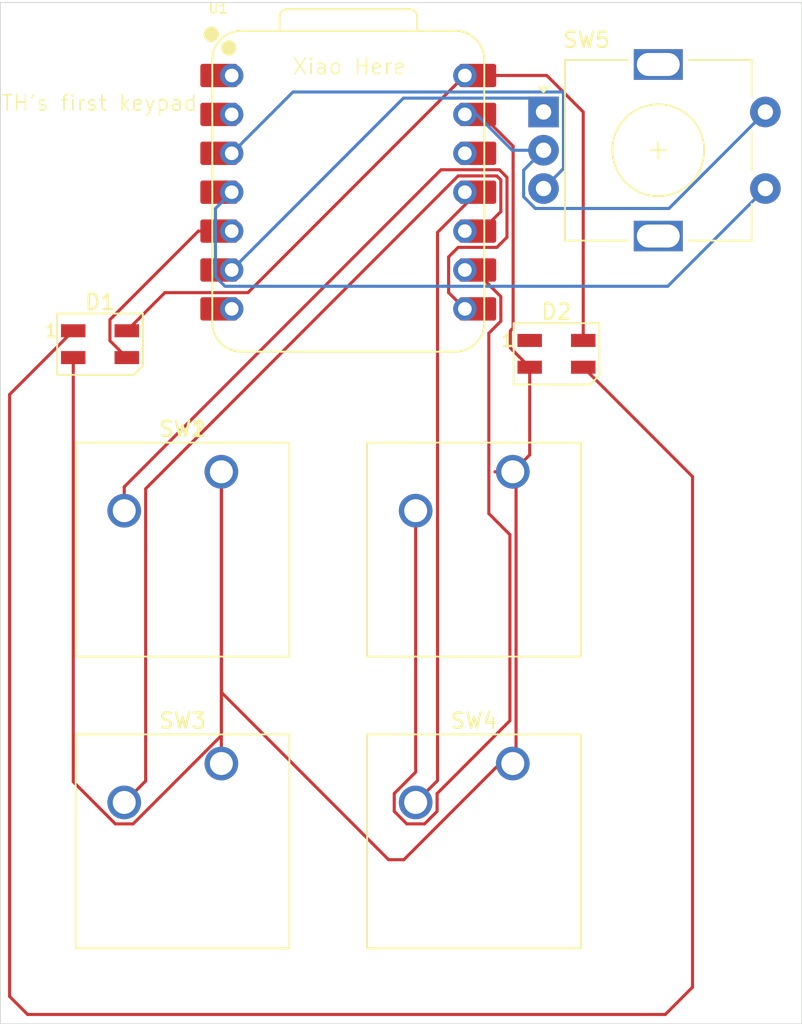
<source format=kicad_pcb>
(kicad_pcb (version 20241229) (generator "pcbnew") (generator_version "9.0")
  (layers (0 "F.Cu" signal) (2 "B.Cu" signal) (13 "F.Paste" user) (15 "B.Paste" user) (5 "F.SilkS" user "F.Silkscreen") (7 "B.SilkS" user "B.Silkscreen") (1 "F.Mask" user) (3 "B.Mask" user) (25 "Edge.Cuts" user))
  (net 0 "")
  (net 1 "+5V")
  (net 2 "Net-(D1-DIN)")
  (net 3 "Net-(D1-DOUT)")
  (net 4 "GND")
  (net 6 "Net-(U1-GPIO1{slash}RX)")
  (net 7 "Net-(U1-GPIO2{slash}SCK)")
  (net 8 "Net-(U1-GPIO4{slash}MISO)")
  (net 9 "Net-(U1-GPIO3{slash}MOSI)")
  (net 13 "Net-(U1-GPIO28{slash}ADC2{slash}A2)")
  (net 15 "Net-(U1-GPIO29{slash}ADC3{slash}A3)")
  (net 16 "Net-(U1-GPIO7{slash}SCL)")
  (footprint "Button_Switch_Keyboard:SW_Cherry_MX_1.00u_PCB" (layer "F.Cu") (at 154.94 99.695)
    (property "Reference" "SW4" (at -2.54 -2.794 0) (layer "F.SilkS"))
    (property "Value" "SW_Push")
    (fp_line (start -9.525 -1.905) (end 4.445 -1.905) (stroke (width 0.12)) (layer "F.SilkS"))
    (fp_line (start -9.525 12.065) (end -9.525 -1.905) (stroke (width 0.12)) (layer "F.SilkS"))
    (fp_line (start 4.445 -1.905) (end 4.445 12.065) (stroke (width 0.12)) (layer "F.SilkS"))
    (fp_line (start 4.445 12.065) (end -9.525 12.065) (stroke (width 0.12)) (layer "F.SilkS"))
    (pad "" np_thru_hole circle (at -7.62 5.08) (size 1.7 1.7) (drill 1.7) (layers "*.Cu" "*.Mask"))
    (pad "" np_thru_hole circle (at -2.54 5.08) (size 4 4) (drill 4) (layers "*.Cu" "*.Mask"))
    (pad "" np_thru_hole circle (at 2.54 5.08) (size 1.7 1.7) (drill 1.7) (layers "*.Cu" "*.Mask"))
    (pad "1" thru_hole circle (at 0 0) (size 2.2 2.2) (drill 1.5) (layers "*.Cu" "*.Mask") (net 4 "GND"))
    (pad "2" thru_hole circle (at -6.35 2.54) (size 2.2 2.2) (drill 1.5) (layers "*.Cu" "*.Mask") (net 9 "Net-(U1-GPIO3{slash}MOSI)"))
  )
  (footprint "Rotary_Encoder:RotaryEncoder_Alps_EC11E-Switch_Vertical_H20mm" (layer "F.Cu") (at 156.95 57.15)
    (property "Reference" "SW5" (at 2.8 -4.7 0) (layer "F.SilkS"))
    (property "Value" "RotaryEncoder_Switch")
    (fp_line (start -0.3 -1.6) (end 0.3 -1.6) (stroke (width 0.12)) (layer "F.SilkS"))
    (fp_line (start 0 -1.3) (end -0.3 -1.6) (stroke (width 0.12)) (layer "F.SilkS"))
    (fp_line (start 0.3 -1.6) (end 0 -1.3) (stroke (width 0.12)) (layer "F.SilkS"))
    (fp_line (start 1.4 -3.4) (end 1.4 8.4) (stroke (width 0.12)) (layer "F.SilkS"))
    (fp_line (start 5.5 -3.4) (end 1.4 -3.4) (stroke (width 0.12)) (layer "F.SilkS"))
    (fp_line (start 5.5 8.4) (end 1.4 8.4) (stroke (width 0.12)) (layer "F.SilkS"))
    (fp_line (start 7 2.5) (end 8 2.5) (stroke (width 0.12)) (layer "F.SilkS"))
    (fp_line (start 7.5 2) (end 7.5 3) (stroke (width 0.12)) (layer "F.SilkS"))
    (fp_line (start 9.5 -3.4) (end 13.6 -3.4) (stroke (width 0.12)) (layer "F.SilkS"))
    (fp_line (start 13.6 -3.4) (end 13.6 -1) (stroke (width 0.12)) (layer "F.SilkS"))
    (fp_line (start 13.6 1.2) (end 13.6 3.8) (stroke (width 0.12)) (layer "F.SilkS"))
    (fp_line (start 13.6 6) (end 13.6 8.4) (stroke (width 0.12)) (layer "F.SilkS"))
    (fp_line (start 13.6 8.4) (end 9.5 8.4) (stroke (width 0.12)) (layer "F.SilkS"))
    (fp_circle (center 7.5 2.5) (end 10.5 2.5) (stroke (width 0.12)) (fill no) (layer "F.SilkS"))
    (pad "A" thru_hole rect (at 0 0) (size 2 2) (drill 1) (layers "*.Cu" "*.Mask") (net 16 "Net-(U1-GPIO7{slash}SCL)"))
    (pad "B" thru_hole circle (at 0 5) (size 2 2) (drill 1) (layers "*.Cu" "*.Mask") (net 13 "Net-(U1-GPIO28{slash}ADC2{slash}A2)"))
    (pad "C" thru_hole circle (at 0 2.5) (size 2 2) (drill 1) (layers "*.Cu" "*.Mask") (net 4 "GND"))
    (pad "MP" thru_hole rect (at 7.5 -3.1) (size 3.2 2) (drill oval 2.8 1.5) (layers "*.Cu" "*.Mask"))
    (pad "MP" thru_hole rect (at 7.5 8.1) (size 3.2 2) (drill oval 2.8 1.5) (layers "*.Cu" "*.Mask"))
    (pad "S1" thru_hole circle (at 14.5 5) (size 2 2) (drill 1) (layers "*.Cu" "*.Mask") (net 15 "Net-(U1-GPIO29{slash}ADC3{slash}A3)"))
    (pad "S2" thru_hole circle (at 14.5 0) (size 2 2) (drill 1) (layers "*.Cu" "*.Mask") (net 4 "GND"))
  )
  (footprint "Seeed Studio XIAO Series Library:XIAO-RP2040-DIP" (layer "F.Cu") (at 144.18625 62.38875)
    (property "Reference" "U1" (at -8.5 -12 0) (layer "F.SilkS") (effects (font (size 0.635 0.635) (thickness 0.1016))))
    (property "Value" "XIAO-RP2040-DIP")
    (fp_line (start -8.89 8.509) (end -8.89 -8.636) (stroke (width 0.127)) (layer "F.SilkS"))
    (fp_line (start -6.985 10.414) (end 6.985 10.414) (stroke (width 0.127)) (layer "F.SilkS"))
    (fp_line (start -4.495 -10.541) (end -4.491272 -11.451272) (stroke (width 0.127)) (layer "F.SilkS"))
    (fp_line (start -3.991272 -11.951) (end 4.004 -11.951) (stroke (width 0.127)) (layer "F.SilkS"))
    (fp_line (start 4.504 -11.451) (end 4.504 -10.541) (stroke (width 0.127)) (layer "F.SilkS"))
    (fp_line (start 6.985 -10.541) (end -6.985 -10.541) (stroke (width 0.1)) (layer "F.SilkS"))
    (fp_line (start 6.985 -10.541) (end -6.985 -10.541) (stroke (width 0.127)) (layer "F.SilkS"))
    (fp_line (start 8.89 8.509) (end 8.89 -8.636) (stroke (width 0.127)) (layer "F.SilkS"))
    (fp_arc (start -8.89 -8.636) (mid -8.332038 -9.983038) (end -6.985 -10.541) (stroke (width 0.127)) (layer "F.SilkS"))
    (fp_arc (start -6.985 10.414) (mid -8.332038 9.856038) (end -8.89 8.509) (stroke (width 0.127)) (layer "F.SilkS"))
    (fp_arc (start -4.491272 -11.451272) (mid -4.344728 -11.80464) (end -3.991272 -11.951) (stroke (width 0.127)) (layer "F.SilkS"))
    (fp_arc (start 4.004 -11.951) (mid 4.357553 -11.804553) (end 4.504 -11.451) (stroke (width 0.127)) (layer "F.SilkS"))
    (fp_arc (start 6.985 -10.541) (mid 8.332038 -9.983038) (end 8.89 -8.636) (stroke (width 0.127)) (layer "F.SilkS"))
    (fp_arc (start 8.89 8.509) (mid 8.332038 9.856038) (end 6.985 10.414) (stroke (width 0.127)) (layer "F.SilkS"))
    (fp_circle (center -8.95 -10.3) (end -8.95 -10.554) (stroke (width 0.5)) (fill yes) (layer "F.SilkS"))
    (fp_circle (center -7.807 -9.42) (end -7.807 -9.674) (stroke (width 0.5)) (fill yes) (layer "F.SilkS"))
    (pad "1" smd roundrect (at -8.455 -7.62 180) (size 2.432 1.524) (layers "F.Cu" "F.Mask") (roundrect_rratio 0.1))
    (pad "1" thru_hole circle (at -7.62 -7.62 180) (size 1.524 1.524) (drill 0.889) (layers "*.Cu" "*.Mask"))
    (pad "2" smd roundrect (at -8.455 -5.08 180) (size 2.432 1.524) (layers "F.Cu" "F.Mask") (roundrect_rratio 0.1))
    (pad "2" thru_hole circle (at -7.62 -5.08 180) (size 1.524 1.524) (drill 0.889) (layers "*.Cu" "*.Mask"))
    (pad "3" smd roundrect (at -8.455 -2.54 180) (size 2.432 1.524) (layers "F.Cu" "F.Mask") (roundrect_rratio 0.1) (net 13 "Net-(U1-GPIO28{slash}ADC2{slash}A2)"))
    (pad "3" thru_hole circle (at -7.62 -2.54 180) (size 1.524 1.524) (drill 0.889) (layers "*.Cu" "*.Mask") (net 13 "Net-(U1-GPIO28{slash}ADC2{slash}A2)"))
    (pad "4" smd roundrect (at -8.455 0 180) (size 2.432 1.524) (layers "F.Cu" "F.Mask") (roundrect_rratio 0.1) (net 15 "Net-(U1-GPIO29{slash}ADC3{slash}A3)"))
    (pad "4" thru_hole circle (at -7.62 0 180) (size 1.524 1.524) (drill 0.889) (layers "*.Cu" "*.Mask") (net 15 "Net-(U1-GPIO29{slash}ADC3{slash}A3)"))
    (pad "5" smd roundrect (at -8.455 2.54 180) (size 2.432 1.524) (layers "F.Cu" "F.Mask") (roundrect_rratio 0.1) (net 2 "Net-(D1-DIN)"))
    (pad "5" thru_hole circle (at -7.62 2.54 180) (size 1.524 1.524) (drill 0.889) (layers "*.Cu" "*.Mask") (net 2 "Net-(D1-DIN)"))
    (pad "6" smd roundrect (at -8.455 5.08 180) (size 2.432 1.524) (layers "F.Cu" "F.Mask") (roundrect_rratio 0.1) (net 16 "Net-(U1-GPIO7{slash}SCL)"))
    (pad "6" thru_hole circle (at -7.62 5.08 180) (size 1.524 1.524) (drill 0.889) (layers "*.Cu" "*.Mask") (net 16 "Net-(U1-GPIO7{slash}SCL)"))
    (pad "7" smd roundrect (at -8.455 7.62 180) (size 2.432 1.524) (layers "F.Cu" "F.Mask") (roundrect_rratio 0.1))
    (pad "7" thru_hole circle (at -7.62 7.62 180) (size 1.524 1.524) (drill 0.889) (layers "*.Cu" "*.Mask"))
    (pad "8" thru_hole circle (at 7.62 7.62) (size 1.524 1.524) (drill 0.889) (layers "*.Cu" "*.Mask") (net 6 "Net-(U1-GPIO1{slash}RX)"))
    (pad "8" smd roundrect (at 8.455 7.62) (size 2.432 1.524) (layers "F.Cu" "F.Mask") (roundrect_rratio 0.1) (net 6 "Net-(U1-GPIO1{slash}RX)"))
    (pad "9" thru_hole circle (at 7.62 5.08) (size 1.524 1.524) (drill 0.889) (layers "*.Cu" "*.Mask") (net 7 "Net-(U1-GPIO2{slash}SCK)"))
    (pad "9" smd roundrect (at 8.455 5.08) (size 2.432 1.524) (layers "F.Cu" "F.Mask") (roundrect_rratio 0.1) (net 7 "Net-(U1-GPIO2{slash}SCK)"))
    (pad "10" thru_hole circle (at 7.62 2.54) (size 1.524 1.524) (drill 0.889) (layers "*.Cu" "*.Mask") (net 8 "Net-(U1-GPIO4{slash}MISO)"))
    (pad "10" smd roundrect (at 8.455 2.54) (size 2.432 1.524) (layers "F.Cu" "F.Mask") (roundrect_rratio 0.1) (net 8 "Net-(U1-GPIO4{slash}MISO)"))
    (pad "11" thru_hole circle (at 7.62 0) (size 1.524 1.524) (drill 0.889) (layers "*.Cu" "*.Mask") (net 9 "Net-(U1-GPIO3{slash}MOSI)"))
    (pad "11" smd roundrect (at 8.455 0) (size 2.432 1.524) (layers "F.Cu" "F.Mask") (roundrect_rratio 0.1) (net 9 "Net-(U1-GPIO3{slash}MOSI)"))
    (pad "12" thru_hole circle (at 7.62 -2.54) (size 1.524 1.524) (drill 0.889) (layers "*.Cu" "*.Mask"))
    (pad "12" smd roundrect (at 8.455 -2.54) (size 2.432 1.524) (layers "F.Cu" "F.Mask") (roundrect_rratio 0.1))
    (pad "13" thru_hole circle (at 7.62 -5.08) (size 1.524 1.524) (drill 0.889) (layers "*.Cu" "*.Mask") (net 4 "GND"))
    (pad "13" smd roundrect (at 8.455 -5.08) (size 2.432 1.524) (layers "F.Cu" "F.Mask") (roundrect_rratio 0.1) (net 4 "GND"))
    (pad "14" thru_hole circle (at 7.62 -7.62) (size 1.524 1.524) (drill 0.889) (layers "*.Cu" "*.Mask") (net 1 "+5V"))
    (pad "14" smd roundrect (at 8.455 -7.62) (size 2.432 1.524) (layers "F.Cu" "F.Mask") (roundrect_rratio 0.1) (net 1 "+5V"))
  )
  (footprint "Button_Switch_Keyboard:SW_Cherry_MX_1.00u_PCB" (layer "F.Cu") (at 135.89 80.645)
    (property "Reference" "SW1" (at -2.54 -2.794 0) (layer "F.SilkS"))
    (property "Value" "SW_Push")
    (fp_line (start -9.525 -1.905) (end 4.445 -1.905) (stroke (width 0.12)) (layer "F.SilkS"))
    (fp_line (start -9.525 12.065) (end -9.525 -1.905) (stroke (width 0.12)) (layer "F.SilkS"))
    (fp_line (start 4.445 -1.905) (end 4.445 12.065) (stroke (width 0.12)) (layer "F.SilkS"))
    (fp_line (start 4.445 12.065) (end -9.525 12.065) (stroke (width 0.12)) (layer "F.SilkS"))
    (pad "" np_thru_hole circle (at -7.62 5.08) (size 1.7 1.7) (drill 1.7) (layers "*.Cu" "*.Mask"))
    (pad "" np_thru_hole circle (at -2.54 5.08) (size 4 4) (drill 4) (layers "*.Cu" "*.Mask"))
    (pad "" np_thru_hole circle (at 2.54 5.08) (size 1.7 1.7) (drill 1.7) (layers "*.Cu" "*.Mask"))
    (pad "1" thru_hole circle (at 0 0) (size 2.2 2.2) (drill 1.5) (layers "*.Cu" "*.Mask") (net 4 "GND"))
    (pad "2" thru_hole circle (at -6.35 2.54) (size 2.2 2.2) (drill 1.5) (layers "*.Cu" "*.Mask") (net 6 "Net-(U1-GPIO1{slash}RX)"))
  )
  (footprint "LED_SMD:LED_SK6812MINI_PLCC4_3.5x3.5mm_P1.75mm" (layer "F.Cu") (at 127.95625 72.3125)
    (property "Reference" "D1" (at 0 -2.75 0) (layer "F.SilkS"))
    (property "Value" "SK6812MINI")
    (fp_line (start -2.8 -2) (end -2.8 2) (stroke (width 0.12)) (layer "F.SilkS"))
    (fp_line (start -2.8 -2) (end 2.8 -2) (stroke (width 0.12)) (layer "F.SilkS"))
    (fp_line (start -2.8 2) (end 2.2 2) (stroke (width 0.12)) (layer "F.SilkS"))
    (fp_line (start 2.8 1.4) (end 2.2 2) (stroke (width 0.12)) (layer "F.SilkS"))
    (fp_line (start 2.8 1.4) (end 2.8 -2) (stroke (width 0.12)) (layer "F.SilkS"))
    (fp_text user "1" (at -3.2 -0.875 0) (layer "F.SilkS") (effects (font (size 0.8 0.8))))
    (pad "1" smd rect (at -1.75 -0.875) (size 1.6 0.85) (layers "F.Cu" "F.Mask" "F.Paste") (net 3 "Net-(D1-DOUT)"))
    (pad "2" smd rect (at -1.75 0.875) (size 1.6 0.85) (layers "F.Cu" "F.Mask" "F.Paste") (net 4 "GND"))
    (pad "3" smd rect (at 1.75 0.875) (size 1.6 0.85) (layers "F.Cu" "F.Mask" "F.Paste") (net 2 "Net-(D1-DIN)"))
    (pad "4" smd rect (at 1.75 -0.875) (size 1.6 0.85) (layers "F.Cu" "F.Mask" "F.Paste") (net 1 "+5V"))
  )
  (footprint "Button_Switch_Keyboard:SW_Cherry_MX_1.00u_PCB" (layer "F.Cu") (at 154.94 80.645)
    (property "Reference" "SW2" (at -21.59 -2.794 0) (layer "F.SilkS"))
    (property "Value" "SW_Push")
    (fp_line (start -9.525 -1.905) (end 4.445 -1.905) (stroke (width 0.12)) (layer "F.SilkS"))
    (fp_line (start -9.525 12.065) (end -9.525 -1.905) (stroke (width 0.12)) (layer "F.SilkS"))
    (fp_line (start 4.445 -1.905) (end 4.445 12.065) (stroke (width 0.12)) (layer "F.SilkS"))
    (fp_line (start 4.445 12.065) (end -9.525 12.065) (stroke (width 0.12)) (layer "F.SilkS"))
    (pad "" np_thru_hole circle (at -7.62 5.08) (size 1.7 1.7) (drill 1.7) (layers "*.Cu" "*.Mask"))
    (pad "" np_thru_hole circle (at -2.54 5.08) (size 4 4) (drill 4) (layers "*.Cu" "*.Mask"))
    (pad "" np_thru_hole circle (at 2.54 5.08) (size 1.7 1.7) (drill 1.7) (layers "*.Cu" "*.Mask"))
    (pad "1" thru_hole circle (at 0 0) (size 2.2 2.2) (drill 1.5) (layers "*.Cu" "*.Mask") (net 4 "GND"))
    (pad "2" thru_hole circle (at -6.35 2.54) (size 2.2 2.2) (drill 1.5) (layers "*.Cu" "*.Mask") (net 7 "Net-(U1-GPIO2{slash}SCK)"))
  )
  (footprint "Button_Switch_Keyboard:SW_Cherry_MX_1.00u_PCB" (layer "F.Cu") (at 135.89 99.695)
    (property "Reference" "SW3" (at -2.54 -2.794 0) (layer "F.SilkS"))
    (property "Value" "SW_Push")
    (fp_line (start -9.525 -1.905) (end 4.445 -1.905) (stroke (width 0.12)) (layer "F.SilkS"))
    (fp_line (start -9.525 12.065) (end -9.525 -1.905) (stroke (width 0.12)) (layer "F.SilkS"))
    (fp_line (start 4.445 -1.905) (end 4.445 12.065) (stroke (width 0.12)) (layer "F.SilkS"))
    (fp_line (start 4.445 12.065) (end -9.525 12.065) (stroke (width 0.12)) (layer "F.SilkS"))
    (pad "" np_thru_hole circle (at -7.62 5.08) (size 1.7 1.7) (drill 1.7) (layers "*.Cu" "*.Mask"))
    (pad "" np_thru_hole circle (at -2.54 5.08) (size 4 4) (drill 4) (layers "*.Cu" "*.Mask"))
    (pad "" np_thru_hole circle (at 2.54 5.08) (size 1.7 1.7) (drill 1.7) (layers "*.Cu" "*.Mask"))
    (pad "1" thru_hole circle (at 0 0) (size 2.2 2.2) (drill 1.5) (layers "*.Cu" "*.Mask") (net 4 "GND"))
    (pad "2" thru_hole circle (at -6.35 2.54) (size 2.2 2.2) (drill 1.5) (layers "*.Cu" "*.Mask") (net 8 "Net-(U1-GPIO4{slash}MISO)"))
  )
  (footprint "LED_SMD:LED_SK6812MINI_PLCC4_3.5x3.5mm_P1.75mm" (layer "F.Cu") (at 157.79375 72.94375)
    (property "Reference" "D2" (at 0 -2.75 0) (layer "F.SilkS"))
    (property "Value" "SK6812MINI")
    (fp_line (start -2.8 -2) (end -2.8 2) (stroke (width 0.12)) (layer "F.SilkS"))
    (fp_line (start -2.8 -2) (end 2.8 -2) (stroke (width 0.12)) (layer "F.SilkS"))
    (fp_line (start -2.8 2) (end 2.2 2) (stroke (width 0.12)) (layer "F.SilkS"))
    (fp_line (start 2.8 1.4) (end 2.2 2) (stroke (width 0.12)) (layer "F.SilkS"))
    (fp_line (start 2.8 1.4) (end 2.8 -2) (stroke (width 0.12)) (layer "F.SilkS"))
    (fp_text user "1" (at -3.2 -0.875 0) (layer "F.SilkS") (effects (font (size 0.8 0.8))))
    (pad "1" smd rect (at -1.75 -0.875) (size 1.6 0.85) (layers "F.Cu" "F.Mask" "F.Paste"))
    (pad "2" smd rect (at -1.75 0.875) (size 1.6 0.85) (layers "F.Cu" "F.Mask" "F.Paste") (net 4 "GND"))
    (pad "3" smd rect (at 1.75 0.875) (size 1.6 0.85) (layers "F.Cu" "F.Mask" "F.Paste") (net 3 "Net-(D1-DOUT)"))
    (pad "4" smd rect (at 1.75 -0.875) (size 1.6 0.85) (layers "F.Cu" "F.Mask" "F.Paste") (net 1 "+5V"))
  )
  (gr_rect (start 121.44375 50.00625) (end 173.83125 116.68125) (stroke (width 0.05)) (fill no) (layer "Edge.Cuts"))
  (gr_text "Xiao Here" (at 140.49375 54.76875 0) (layer "F.SilkS") (effects (font (size 1 1) (thickness 0.1)) (justify left bottom)))
  (gr_text "TH's first keypad" (at 121.44375 57.15 0) (layer "F.SilkS") (effects (font (size 1 1) (thickness 0.1)) (justify left bottom)))
  (segment (start 157.1625 54.76875) (end 151.80625 54.76875) (width 0.2) (layer "F.Cu") (net 1))
  (segment (start 137.62925 68.94575) (end 132.198 68.94575) (width 0.2) (layer "F.Cu") (net 1))
  (segment (start 132.198 68.94575) (end 129.70625 71.4375) (width 0.2) (layer "F.Cu") (net 1))
  (segment (start 159.54375 72.06875) (end 159.54375 57.15) (width 0.2) (layer "F.Cu") (net 1))
  (segment (start 151.80625 54.76875) (end 137.62925 68.94575) (width 0.2) (layer "F.Cu") (net 1))
  (segment (start 159.54375 61.892624) (end 159.54375 61.9125) (width 0.2) (layer "F.Cu") (net 1))
  (segment (start 159.54375 57.15) (end 157.1625 54.76875) (width 0.2) (layer "F.Cu") (net 1))
  (segment (start 128.60525 70.7115) (end 128.60525 72.0865) (width 0.2) (layer "F.Cu") (net 2))
  (segment (start 136.56625 64.92875) (end 134.388 64.92875) (width 0.2) (layer "F.Cu") (net 2))
  (segment (start 128.60525 72.0865) (end 129.70625 73.1875) (width 0.2) (layer "F.Cu") (net 2))
  (segment (start 134.388 64.92875) (end 128.60525 70.7115) (width 0.2) (layer "F.Cu") (net 2))
  (segment (start 159.54375 73.81875) (end 166.6875 80.9625) (width 0.2) (layer "F.Cu") (net 3))
  (segment (start 122.04475 114.901) (end 122.04475 75.599) (width 0.2) (layer "F.Cu") (net 3))
  (segment (start 166.6875 114.3) (end 164.90725 116.08025) (width 0.2) (layer "F.Cu") (net 3))
  (segment (start 164.90725 116.08025) (end 123.224 116.08025) (width 0.2) (layer "F.Cu") (net 3))
  (segment (start 123.224 116.08025) (end 122.04475 114.901) (width 0.2) (layer "F.Cu") (net 3))
  (segment (start 122.04475 75.599) (end 126.20625 71.4375) (width 0.2) (layer "F.Cu") (net 3))
  (segment (start 166.6875 80.9625) (end 166.6875 114.3) (width 0.2) (layer "F.Cu") (net 3))
  (segment (start 154.96025 71.2585) (end 154.78125 71.4375) (width 0.2) (layer "F.Cu") (net 4))
  (segment (start 155.152 80.857) (end 155.152 98.64147) (width 0.2) (layer "F.Cu") (net 4))
  (segment (start 154.78125 71.4375) (end 154.78125 72.55625) (width 0.2) (layer "F.Cu") (net 4))
  (segment (start 128.959686 103.636) (end 126.20625 100.882564) (width 0.2) (layer "F.Cu") (net 4))
  (segment (start 130.120314 103.636) (end 128.959686 103.636) (width 0.2) (layer "F.Cu") (net 4))
  (segment (start 154.96025 59.38512) (end 154.96025 71.2585) (width 0.2) (layer "F.Cu") (net 4))
  (segment (start 155.152 98.64147) (end 147.81747 105.976) (width 0.2) (layer "F.Cu") (net 4))
  (segment (start 147.81747 105.976) (end 146.82253 105.976) (width 0.2) (layer "F.Cu") (net 4))
  (segment (start 135.89 95.04347) (end 135.89 80.645) (width 0.2) (layer "F.Cu") (net 4))
  (segment (start 151.80625 57.30875) (end 152.88388 57.30875) (width 0.2) (layer "F.Cu") (net 4))
  (segment (start 154.78125 72.55625) (end 156.04375 73.81875) (width 0.2) (layer "F.Cu") (net 4))
  (segment (start 146.82253 105.976) (end 135.89 95.04347) (width 0.2) (layer "F.Cu") (net 4))
  (segment (start 135.89 97.866314) (end 130.120314 103.636) (width 0.2) (layer "F.Cu") (net 4))
  (segment (start 154.94 80.645) (end 153.774816 80.645) (width 0.2) (layer "F.Cu") (net 4))
  (segment (start 152.88388 57.30875) (end 154.96025 59.38512) (width 0.2) (layer "F.Cu") (net 4))
  (segment (start 156.04375 73.81875) (end 156.04375 79.54125) (width 0.2) (layer "F.Cu") (net 4))
  (segment (start 135.89 80.645) (end 135.89 99.695) (width 0.2) (layer "F.Cu") (net 4))
  (segment (start 154.94 80.645) (end 155.152 80.857) (width 0.2) (layer "F.Cu") (net 4))
  (segment (start 135.89 80.645) (end 135.89 97.866314) (width 0.2) (layer "F.Cu") (net 4))
  (segment (start 156.04375 79.54125) (end 154.94 80.645) (width 0.2) (layer "F.Cu") (net 4))
  (segment (start 126.20625 100.882564) (end 126.20625 73.1875) (width 0.2) (layer "F.Cu") (net 4))
  (segment (start 152.55875 57.30875) (end 151.80625 57.30875) (width 0.2) (layer "B.Cu") (net 4))
  (segment (start 171.45 57.15) (end 165.149 63.451) (width 0.2) (layer "B.Cu") (net 4))
  (segment (start 155.649 62.688892) (end 155.649 60.951) (width 0.2) (layer "B.Cu") (net 4))
  (segment (start 156.95 59.65) (end 154.9 59.65) (width 0.2) (layer "B.Cu") (net 4))
  (segment (start 154.9 59.65) (end 152.55875 57.30875) (width 0.2) (layer "B.Cu") (net 4))
  (segment (start 156.411108 63.451) (end 155.649 62.688892) (width 0.2) (layer "B.Cu") (net 4))
  (segment (start 155.649 60.951) (end 156.95 59.65) (width 0.2) (layer "B.Cu") (net 4))
  (segment (start 165.149 63.451) (end 156.411108 63.451) (width 0.2) (layer "B.Cu") (net 4))
  (segment (start 153.896876 65.99175) (end 154.55925 65.329376) (width 0.2) (layer "F.Cu") (net 6))
  (segment (start 154.55925 61.421024) (end 154.062976 60.92475) (width 0.2) (layer "F.Cu") (net 6))
  (segment (start 154.062976 60.92475) (end 150.244616 60.92475) (width 0.2) (layer "F.Cu") (net 6))
  (segment (start 150.74325 68.94575) (end 150.74325 66.61444) (width 0.2) (layer "F.Cu") (net 6))
  (segment (start 150.74325 66.61444) (end 151.36594 65.99175) (width 0.2) (layer "F.Cu") (net 6))
  (segment (start 150.244616 60.92475) (end 129.54 81.629366) (width 0.2) (layer "F.Cu") (net 6))
  (segment (start 151.36594 65.99175) (end 153.896876 65.99175) (width 0.2) (layer "F.Cu") (net 6))
  (segment (start 154.55925 65.329376) (end 154.55925 61.421024) (width 0.2) (layer "F.Cu") (net 6))
  (segment (start 129.54 81.629366) (end 129.54 83.185) (width 0.2) (layer "F.Cu") (net 6))
  (segment (start 151.80625 70.00875) (end 150.74325 68.94575) (width 0.2) (layer "F.Cu") (net 6))
  (segment (start 153.373816 71.59481) (end 153.373816 83.374) (width 0.2) (layer "F.Cu") (net 7))
  (segment (start 154.15825 70.810376) (end 153.373816 71.59481) (width 0.2) (layer "F.Cu") (net 7))
  (segment (start 154.751 84.751184) (end 154.751 96.894686) (width 0.2) (layer "F.Cu") (net 7))
  (segment (start 149.170314 103.636) (end 148.009686 103.636) (width 0.2) (layer "F.Cu") (net 7))
  (segment (start 147.189 101.654686) (end 148.59 100.253686) (width 0.2) (layer "F.Cu") (net 7))
  (segment (start 151.80625 67.46875) (end 152.419876 67.46875) (width 0.2) (layer "F.Cu") (net 7))
  (segment (start 154.751 96.894686) (end 149.991 101.654686) (width 0.2) (layer "F.Cu") (net 7))
  (segment (start 149.991 102.815314) (end 149.170314 103.636) (width 0.2) (layer "F.Cu") (net 7))
  (segment (start 154.15825 69.207124) (end 154.15825 70.810376) (width 0.2) (layer "F.Cu") (net 7))
  (segment (start 147.189 102.815314) (end 147.189 101.654686) (width 0.2) (layer "F.Cu") (net 7))
  (segment (start 148.009686 103.636) (end 147.189 102.815314) (width 0.2) (layer "F.Cu") (net 7))
  (segment (start 149.991 101.654686) (end 149.991 102.815314) (width 0.2) (layer "F.Cu") (net 7))
  (segment (start 148.59 100.253686) (end 148.59 83.185) (width 0.2) (layer "F.Cu") (net 7))
  (segment (start 152.419876 67.46875) (end 154.15825 69.207124) (width 0.2) (layer "F.Cu") (net 7))
  (segment (start 153.373816 83.374) (end 154.751 84.751184) (width 0.2) (layer "F.Cu") (net 7))
  (via (at 148.59 83.185) (size 0.6) (drill 0.3) (layers "F.Cu" "B.Cu") (net 7))
  (segment (start 130.941 100.834) (end 129.54 102.235) (width 0.2) (layer "F.Cu") (net 8))
  (segment (start 154.15825 61.587124) (end 153.896876 61.32575) (width 0.2) (layer "F.Cu") (net 8))
  (segment (start 151.36594 61.32575) (end 130.941 81.75069) (width 0.2) (layer "F.Cu") (net 8))
  (segment (start 152.88388 64.92875) (end 154.15825 63.65438) (width 0.2) (layer "F.Cu") (net 8))
  (segment (start 154.15825 63.65438) (end 154.15825 61.587124) (width 0.2) (layer "F.Cu") (net 8))
  (segment (start 130.941 81.75069) (end 130.941 100.834) (width 0.2) (layer "F.Cu") (net 8))
  (segment (start 153.896876 61.32575) (end 151.36594 61.32575) (width 0.2) (layer "F.Cu") (net 8))
  (segment (start 151.80625 64.92875) (end 152.88388 64.92875) (width 0.2) (layer "F.Cu") (net 8))
  (segment (start 152.64125 62.38875) (end 150.01875 65.01125) (width 0.2) (layer "F.Cu") (net 9))
  (segment (start 150.01875 100.80625) (end 148.59 102.235) (width 0.2) (layer "F.Cu") (net 9))
  (segment (start 150.01875 65.01125) (end 150.01875 100.80625) (width 0.2) (layer "F.Cu") (net 9))
  (segment (start 156.95 62.15) (end 158.251 60.849) (width 0.2) (layer "B.Cu") (net 13))
  (segment (start 158.251 60.849) (end 158.251 55.849) (width 0.2) (layer "B.Cu") (net 13))
  (segment (start 158.251 55.849) (end 158.24675 55.84475) (width 0.2) (layer "B.Cu") (net 13))
  (segment (start 140.57025 55.84475) (end 136.56625 59.84875) (width 0.2) (layer "B.Cu") (net 13))
  (segment (start 158.24675 55.84475) (end 140.57025 55.84475) (width 0.2) (layer "B.Cu") (net 13))
  (segment (start 135.50325 67.90906) (end 135.50325 63.45175) (width 0.2) (layer "B.Cu") (net 15))
  (segment (start 171.45 62.15) (end 165.06825 68.53175) (width 0.2) (layer "B.Cu") (net 15))
  (segment (start 135.50325 63.45175) (end 136.56625 62.38875) (width 0.2) (layer "B.Cu") (net 15))
  (segment (start 136.12594 68.53175) (end 135.50325 67.90906) (width 0.2) (layer "B.Cu") (net 15))
  (segment (start 165.06825 68.53175) (end 136.12594 68.53175) (width 0.2) (layer "B.Cu") (net 15))
  (segment (start 156.04575 56.24575) (end 147.78925 56.24575) (width 0.2) (layer "B.Cu") (net 16))
  (segment (start 147.78925 56.24575) (end 136.56625 67.46875) (width 0.2) (layer "B.Cu") (net 16))
  (segment (start 156.95 57.15) (end 156.04575 56.24575) (width 0.2) (layer "B.Cu") (net 16))
)
</source>
